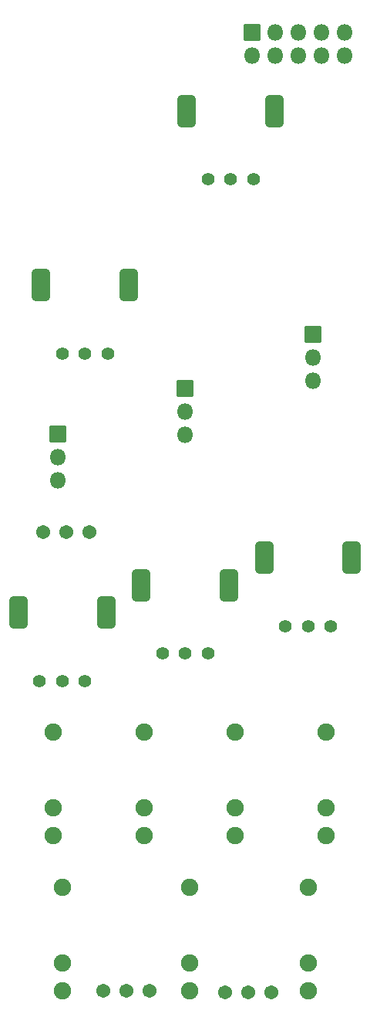
<source format=gts>
G04 #@! TF.GenerationSoftware,KiCad,Pcbnew,(6.0.0)*
G04 #@! TF.CreationDate,2022-02-05T03:10:52+01:00*
G04 #@! TF.ProjectId,Schraeg,53636872-6165-4672-9e6b-696361645f70,rev?*
G04 #@! TF.SameCoordinates,Original*
G04 #@! TF.FileFunction,Soldermask,Top*
G04 #@! TF.FilePolarity,Negative*
%FSLAX46Y46*%
G04 Gerber Fmt 4.6, Leading zero omitted, Abs format (unit mm)*
G04 Created by KiCad (PCBNEW (6.0.0)) date 2022-02-05 03:10:52*
%MOMM*%
%LPD*%
G01*
G04 APERTURE LIST*
G04 Aperture macros list*
%AMRoundRect*
0 Rectangle with rounded corners*
0 $1 Rounding radius*
0 $2 $3 $4 $5 $6 $7 $8 $9 X,Y pos of 4 corners*
0 Add a 4 corners polygon primitive as box body*
4,1,4,$2,$3,$4,$5,$6,$7,$8,$9,$2,$3,0*
0 Add four circle primitives for the rounded corners*
1,1,$1+$1,$2,$3*
1,1,$1+$1,$4,$5*
1,1,$1+$1,$6,$7*
1,1,$1+$1,$8,$9*
0 Add four rect primitives between the rounded corners*
20,1,$1+$1,$2,$3,$4,$5,0*
20,1,$1+$1,$4,$5,$6,$7,0*
20,1,$1+$1,$6,$7,$8,$9,0*
20,1,$1+$1,$8,$9,$2,$3,0*%
G04 Aperture macros list end*
%ADD10C,1.902000*%
%ADD11RoundRect,0.551000X-0.500000X-1.250000X0.500000X-1.250000X0.500000X1.250000X-0.500000X1.250000X0*%
%ADD12C,1.402000*%
%ADD13RoundRect,0.051000X-0.850000X-0.850000X0.850000X-0.850000X0.850000X0.850000X-0.850000X0.850000X0*%
%ADD14O,1.802000X1.802000*%
%ADD15RoundRect,0.051000X-0.850000X0.850000X-0.850000X-0.850000X0.850000X-0.850000X0.850000X0.850000X0*%
%ADD16C,1.542000*%
G04 APERTURE END LIST*
D10*
X50000000Y-99480000D03*
X50000000Y-96380000D03*
X50000000Y-88080000D03*
X65000000Y-116480000D03*
X65000000Y-113380000D03*
X65000000Y-105080000D03*
D11*
X74300000Y-20000000D03*
X64674000Y-20000000D03*
D12*
X67000000Y-27500000D03*
X69500000Y-27500000D03*
X72000000Y-27500000D03*
D10*
X70000000Y-99480000D03*
X70000000Y-96380000D03*
X70000000Y-88080000D03*
X78000000Y-116480000D03*
X78000000Y-113380000D03*
X78000000Y-105080000D03*
D11*
X46174000Y-75000000D03*
X55800000Y-75000000D03*
D12*
X48500000Y-82500000D03*
X51000000Y-82500000D03*
X53500000Y-82500000D03*
D10*
X51000000Y-116480000D03*
X51000000Y-113380000D03*
X51000000Y-105080000D03*
D11*
X69300000Y-72000000D03*
X59674000Y-72000000D03*
D12*
X62000000Y-79500000D03*
X64500000Y-79500000D03*
X67000000Y-79500000D03*
D10*
X60000000Y-99480000D03*
X60000000Y-96380000D03*
X60000000Y-88080000D03*
D11*
X48674000Y-39100000D03*
X58300000Y-39100000D03*
D12*
X51000000Y-46600000D03*
X53500000Y-46600000D03*
X56000000Y-46600000D03*
D13*
X50500000Y-55460000D03*
D14*
X50500000Y-58000000D03*
X50500000Y-60540000D03*
D13*
X78500000Y-44460000D03*
D14*
X78500000Y-47000000D03*
X78500000Y-49540000D03*
D13*
X64500000Y-50460000D03*
D14*
X64500000Y-53000000D03*
X64500000Y-55540000D03*
D10*
X80000000Y-99480000D03*
X80000000Y-96380000D03*
X80000000Y-88080000D03*
D11*
X73174000Y-69000000D03*
X82800000Y-69000000D03*
D12*
X75500000Y-76500000D03*
X78000000Y-76500000D03*
X80500000Y-76500000D03*
D15*
X71840000Y-11400000D03*
D14*
X71840000Y-13940000D03*
X74380000Y-11400000D03*
X74380000Y-13940000D03*
X76920000Y-11400000D03*
X76920000Y-13940000D03*
X79460000Y-11400000D03*
X79460000Y-13940000D03*
X82000000Y-11400000D03*
X82000000Y-13940000D03*
D16*
X54000000Y-66200000D03*
X51460000Y-66200000D03*
X48920000Y-66200000D03*
X55500000Y-116500000D03*
X58040000Y-116500000D03*
X60580000Y-116500000D03*
X68900000Y-116600000D03*
X71440000Y-116600000D03*
X73980000Y-116600000D03*
M02*

</source>
